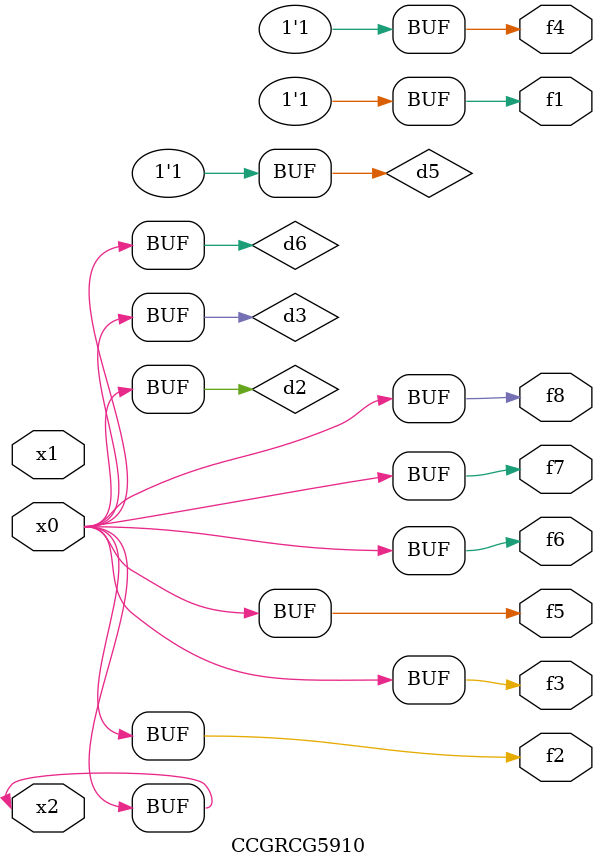
<source format=v>
module CCGRCG5910(
	input x0, x1, x2,
	output f1, f2, f3, f4, f5, f6, f7, f8
);

	wire d1, d2, d3, d4, d5, d6;

	xnor (d1, x2);
	buf (d2, x0, x2);
	and (d3, x0);
	xnor (d4, x1, x2);
	nand (d5, d1, d3);
	buf (d6, d2, d3);
	assign f1 = d5;
	assign f2 = d6;
	assign f3 = d6;
	assign f4 = d5;
	assign f5 = d6;
	assign f6 = d6;
	assign f7 = d6;
	assign f8 = d6;
endmodule

</source>
